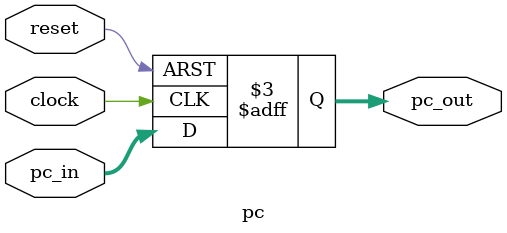
<source format=v>

module pc(clock, reset, pc_in, pc_out);
	input clock, reset;
	input [31:0] pc_in;
	output [31:0] pc_out;
	reg [31:0] pc_out;
	
	initial
   begin
			pc_out=32'd0;
   end
	always @ (posedge clock or posedge reset)
	begin
		if(reset)
			pc_out<=32'd0;
		else
			pc_out<=pc_in;
	end
endmodule

</source>
